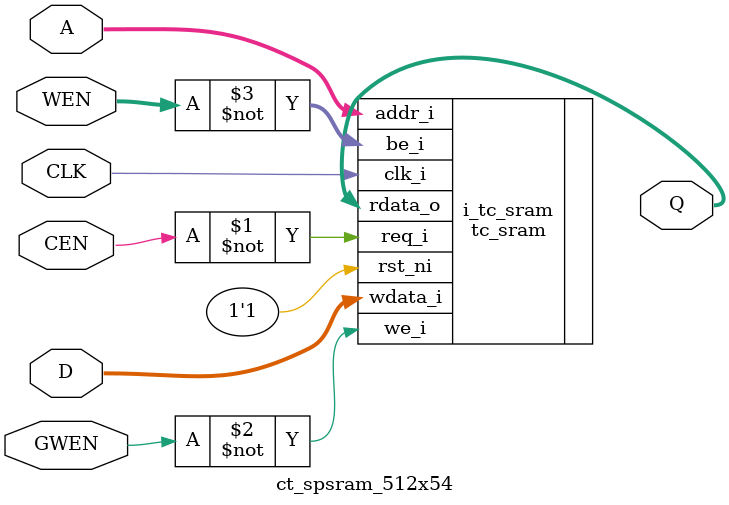
<source format=v>
/*Copyright 2019-2021 T-Head Semiconductor Co., Ltd.

Licensed under the Apache License, Version 2.0 (the "License");
you may not use this file except in compliance with the License.
You may obtain a copy of the License at

    http://www.apache.org/licenses/LICENSE-2.0

Unless required by applicable law or agreed to in writing, software
distributed under the License is distributed on an "AS IS" BASIS,
WITHOUT WARRANTIES OR CONDITIONS OF ANY KIND, either express or implied.
See the License for the specific language governing permissions and
limitations under the License.
*/

// &ModuleBeg; @22
module ct_spsram_512x54(
  A,
  CEN,
  CLK,
  D,
  GWEN,
  Q,
  WEN
);

// &Ports; @23
input   [8 :0]  A;   
input           CEN; 
input           CLK; 
input   [53:0]  D;   
input           GWEN; 
input   [53:0]  WEN; 
output  [53:0]  Q;   

// &Regs; @24

// &Wires; @25
wire    [8 :0]  A;   
wire            CEN; 
wire            CLK; 
wire    [53:0]  D;   
wire            GWEN; 
wire    [53:0]  Q;   
wire    [53:0]  WEN; 


//**********************************************************
//                  Parameter Definition
//**********************************************************
parameter ADDR_WIDTH = 9;
parameter DATA_WIDTH = 54;
parameter WE_WIDTH   = 54;

// &Force("bus","Q",DATA_WIDTH-1,0); @34
// &Force("bus","WEN",WE_WIDTH-1,0); @35
// &Force("bus","A",ADDR_WIDTH-1,0); @36
// &Force("bus","D",DATA_WIDTH-1,0); @37

  //********************************************************
  //*                        FPGA memory                   *
  //********************************************************
  //{WEN[37:19],WEN[18:0]}
//   &Instance("ct_f_spsram_512x54"); @44
tc_sram #(
  .NumWords   ( 1<<ADDR_WIDTH         ),
  .DataWidth  ( DATA_WIDTH            ),
  .ByteWidth  ( DATA_WIDTH/DATA_WIDTH ),
  .NumPorts   ( 32'd1 ),
  .Latency    ( 32'd1 ),
  .SimInit    ( "none"),
  .PrintSimCfg( 0     )
) i_tc_sram (
    .clk_i    ( CLK   ),
    .rst_ni   ( 1'b1  ),
    .req_i    ( ~CEN  ),
    .we_i     ( ~GWEN ),
    .be_i     ( ~WEN  ),
    .wdata_i  ( D     ),
    .addr_i   ( A     ),
    .rdata_o  ( Q     )
);

//   &Instance("ct_tsmc_spsram_512x54"); @50

// &ModuleEnd; @66
endmodule



</source>
